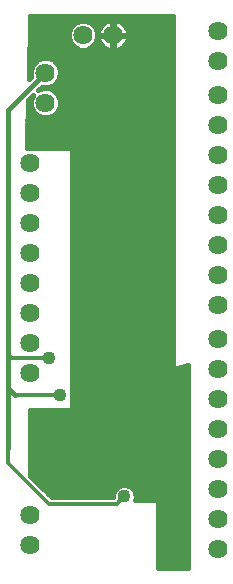
<source format=gbl>
G75*
%MOIN*%
%OFA0B0*%
%FSLAX25Y25*%
%IPPOS*%
%LPD*%
%AMOC8*
5,1,8,0,0,1.08239X$1,22.5*
%
%ADD10C,0.06400*%
%ADD11C,0.01600*%
%ADD12C,0.05543*%
%ADD13C,0.04362*%
%ADD14C,0.04165*%
%ADD15C,0.01200*%
D10*
X0011333Y0011000D03*
X0011333Y0021000D03*
X0011333Y0068500D03*
X0011333Y0078500D03*
X0011333Y0088500D03*
X0011333Y0098500D03*
X0011333Y0108500D03*
X0011333Y0118500D03*
X0011333Y0128500D03*
X0011333Y0138500D03*
X0016333Y0158500D03*
X0016333Y0168500D03*
X0028833Y0181000D03*
X0038833Y0181000D03*
X0073833Y0182250D03*
X0073833Y0172250D03*
X0073833Y0161000D03*
X0073833Y0151000D03*
X0073833Y0141000D03*
X0073833Y0131000D03*
X0073833Y0121000D03*
X0073833Y0111000D03*
X0073833Y0101000D03*
X0073833Y0091000D03*
X0073833Y0079750D03*
X0073833Y0069750D03*
X0073833Y0059750D03*
X0073833Y0049750D03*
X0073833Y0039750D03*
X0073833Y0029750D03*
X0073833Y0019750D03*
X0073833Y0009750D03*
D11*
X0063833Y0008993D02*
X0053833Y0008993D01*
X0053833Y0010591D02*
X0063833Y0010591D01*
X0063833Y0012190D02*
X0053833Y0012190D01*
X0053833Y0013788D02*
X0063833Y0013788D01*
X0063833Y0015387D02*
X0053833Y0015387D01*
X0053833Y0016985D02*
X0063833Y0016985D01*
X0063833Y0018584D02*
X0053833Y0018584D01*
X0053833Y0020182D02*
X0063833Y0020182D01*
X0063833Y0021781D02*
X0053833Y0021781D01*
X0053833Y0023379D02*
X0063833Y0023379D01*
X0063833Y0024978D02*
X0053833Y0024978D01*
X0053833Y0026000D02*
X0046158Y0026000D01*
X0046364Y0026498D01*
X0046364Y0028002D01*
X0045789Y0029392D01*
X0044725Y0030455D01*
X0043335Y0031031D01*
X0041831Y0031031D01*
X0040441Y0030455D01*
X0039378Y0029392D01*
X0038802Y0028002D01*
X0038802Y0026950D01*
X0018495Y0026950D01*
X0011333Y0034111D01*
X0011333Y0056000D01*
X0025083Y0056000D01*
X0025083Y0060173D01*
X0025114Y0060248D01*
X0025114Y0061752D01*
X0025083Y0061827D01*
X0025083Y0143500D01*
X0010083Y0143500D01*
X0010522Y0159295D01*
X0012135Y0160908D01*
X0011533Y0159455D01*
X0011533Y0157545D01*
X0012264Y0155781D01*
X0013614Y0154431D01*
X0015379Y0153700D01*
X0017288Y0153700D01*
X0019052Y0154431D01*
X0020403Y0155781D01*
X0021133Y0157545D01*
X0021133Y0159455D01*
X0020403Y0161219D01*
X0019052Y0162569D01*
X0017288Y0163300D01*
X0015379Y0163300D01*
X0013926Y0162698D01*
X0015060Y0163832D01*
X0015379Y0163700D01*
X0017288Y0163700D01*
X0019052Y0164431D01*
X0020403Y0165781D01*
X0021133Y0167545D01*
X0021133Y0169455D01*
X0020403Y0171219D01*
X0019052Y0172569D01*
X0017288Y0173300D01*
X0015379Y0173300D01*
X0013614Y0172569D01*
X0012264Y0171219D01*
X0011533Y0169455D01*
X0011533Y0167545D01*
X0011665Y0167226D01*
X0010716Y0166277D01*
X0011303Y0187401D01*
X0053103Y0187401D01*
X0058833Y0187250D01*
X0058833Y0069750D01*
X0063833Y0071000D01*
X0063833Y0003500D01*
X0053833Y0003500D01*
X0053833Y0026000D01*
X0046364Y0026576D02*
X0063833Y0026576D01*
X0063833Y0028175D02*
X0046293Y0028175D01*
X0045407Y0029773D02*
X0063833Y0029773D01*
X0063833Y0031372D02*
X0014073Y0031372D01*
X0012474Y0032970D02*
X0063833Y0032970D01*
X0063833Y0034569D02*
X0011333Y0034569D01*
X0011333Y0036167D02*
X0063833Y0036167D01*
X0063833Y0037766D02*
X0011333Y0037766D01*
X0011333Y0039364D02*
X0063833Y0039364D01*
X0063833Y0040963D02*
X0011333Y0040963D01*
X0011333Y0042561D02*
X0063833Y0042561D01*
X0063833Y0044160D02*
X0011333Y0044160D01*
X0011333Y0045758D02*
X0063833Y0045758D01*
X0063833Y0047357D02*
X0011333Y0047357D01*
X0011333Y0048955D02*
X0063833Y0048955D01*
X0063833Y0050554D02*
X0011333Y0050554D01*
X0011333Y0052152D02*
X0063833Y0052152D01*
X0063833Y0053751D02*
X0011333Y0053751D01*
X0011333Y0055349D02*
X0063833Y0055349D01*
X0063833Y0056948D02*
X0025083Y0056948D01*
X0025083Y0058546D02*
X0063833Y0058546D01*
X0063833Y0060145D02*
X0025083Y0060145D01*
X0025114Y0061743D02*
X0063833Y0061743D01*
X0063833Y0063342D02*
X0025083Y0063342D01*
X0025083Y0064940D02*
X0063833Y0064940D01*
X0063833Y0066539D02*
X0025083Y0066539D01*
X0025083Y0068137D02*
X0063833Y0068137D01*
X0063833Y0069736D02*
X0025083Y0069736D01*
X0025083Y0071334D02*
X0058833Y0071334D01*
X0058833Y0072933D02*
X0025083Y0072933D01*
X0025083Y0074532D02*
X0058833Y0074532D01*
X0058833Y0076130D02*
X0025083Y0076130D01*
X0025083Y0077729D02*
X0058833Y0077729D01*
X0058833Y0079327D02*
X0025083Y0079327D01*
X0025083Y0080926D02*
X0058833Y0080926D01*
X0058833Y0082524D02*
X0025083Y0082524D01*
X0025083Y0084123D02*
X0058833Y0084123D01*
X0058833Y0085721D02*
X0025083Y0085721D01*
X0025083Y0087320D02*
X0058833Y0087320D01*
X0058833Y0088918D02*
X0025083Y0088918D01*
X0025083Y0090517D02*
X0058833Y0090517D01*
X0058833Y0092115D02*
X0025083Y0092115D01*
X0025083Y0093714D02*
X0058833Y0093714D01*
X0058833Y0095312D02*
X0025083Y0095312D01*
X0025083Y0096911D02*
X0058833Y0096911D01*
X0058833Y0098509D02*
X0025083Y0098509D01*
X0025083Y0100108D02*
X0058833Y0100108D01*
X0058833Y0101706D02*
X0025083Y0101706D01*
X0025083Y0103305D02*
X0058833Y0103305D01*
X0058833Y0104903D02*
X0025083Y0104903D01*
X0025083Y0106502D02*
X0058833Y0106502D01*
X0058833Y0108100D02*
X0025083Y0108100D01*
X0025083Y0109699D02*
X0058833Y0109699D01*
X0058833Y0111297D02*
X0025083Y0111297D01*
X0025083Y0112896D02*
X0058833Y0112896D01*
X0058833Y0114494D02*
X0025083Y0114494D01*
X0025083Y0116093D02*
X0058833Y0116093D01*
X0058833Y0117691D02*
X0025083Y0117691D01*
X0025083Y0119290D02*
X0058833Y0119290D01*
X0058833Y0120888D02*
X0025083Y0120888D01*
X0025083Y0122487D02*
X0058833Y0122487D01*
X0058833Y0124085D02*
X0025083Y0124085D01*
X0025083Y0125684D02*
X0058833Y0125684D01*
X0058833Y0127282D02*
X0025083Y0127282D01*
X0025083Y0128881D02*
X0058833Y0128881D01*
X0058833Y0130479D02*
X0025083Y0130479D01*
X0025083Y0132078D02*
X0058833Y0132078D01*
X0058833Y0133676D02*
X0025083Y0133676D01*
X0025083Y0135275D02*
X0058833Y0135275D01*
X0058833Y0136873D02*
X0025083Y0136873D01*
X0025083Y0138472D02*
X0058833Y0138472D01*
X0058833Y0140070D02*
X0025083Y0140070D01*
X0025083Y0141669D02*
X0058833Y0141669D01*
X0058833Y0143268D02*
X0025083Y0143268D01*
X0020516Y0156056D02*
X0058833Y0156056D01*
X0058833Y0157654D02*
X0021133Y0157654D01*
X0021133Y0159253D02*
X0058833Y0159253D01*
X0058833Y0160851D02*
X0020555Y0160851D01*
X0019172Y0162450D02*
X0058833Y0162450D01*
X0058833Y0164048D02*
X0018129Y0164048D01*
X0016333Y0168500D02*
X0003833Y0156000D01*
X0003833Y0074750D01*
X0003833Y0063500D01*
X0006333Y0061000D01*
X0003833Y0063500D02*
X0003833Y0043500D01*
X0015671Y0029773D02*
X0039759Y0029773D01*
X0038874Y0028175D02*
X0017270Y0028175D01*
X0053833Y0007394D02*
X0063833Y0007394D01*
X0063833Y0005796D02*
X0053833Y0005796D01*
X0053833Y0004197D02*
X0063833Y0004197D01*
X0058833Y0144866D02*
X0010121Y0144866D01*
X0010166Y0146465D02*
X0058833Y0146465D01*
X0058833Y0148063D02*
X0010210Y0148063D01*
X0010254Y0149662D02*
X0058833Y0149662D01*
X0058833Y0151260D02*
X0010299Y0151260D01*
X0010343Y0152859D02*
X0058833Y0152859D01*
X0058833Y0154457D02*
X0019079Y0154457D01*
X0013588Y0154457D02*
X0010388Y0154457D01*
X0010432Y0156056D02*
X0012150Y0156056D01*
X0011533Y0157654D02*
X0010476Y0157654D01*
X0010521Y0159253D02*
X0011533Y0159253D01*
X0012079Y0160851D02*
X0012112Y0160851D01*
X0011658Y0167245D02*
X0010743Y0167245D01*
X0010787Y0168844D02*
X0011533Y0168844D01*
X0011942Y0170442D02*
X0010832Y0170442D01*
X0010876Y0172041D02*
X0013086Y0172041D01*
X0010921Y0173639D02*
X0058833Y0173639D01*
X0058833Y0172041D02*
X0019581Y0172041D01*
X0020724Y0170442D02*
X0058833Y0170442D01*
X0058833Y0168844D02*
X0021133Y0168844D01*
X0021009Y0167245D02*
X0058833Y0167245D01*
X0058833Y0165647D02*
X0020268Y0165647D01*
X0026114Y0176931D02*
X0024764Y0178281D01*
X0024033Y0180045D01*
X0024033Y0181955D01*
X0024764Y0183719D01*
X0026114Y0185069D01*
X0027879Y0185800D01*
X0029788Y0185800D01*
X0031552Y0185069D01*
X0032903Y0183719D01*
X0033633Y0181955D01*
X0033633Y0180045D01*
X0032903Y0178281D01*
X0031552Y0176931D01*
X0029788Y0176200D01*
X0027879Y0176200D01*
X0026114Y0176931D01*
X0026343Y0176836D02*
X0011009Y0176836D01*
X0010965Y0175238D02*
X0058833Y0175238D01*
X0058833Y0176836D02*
X0041609Y0176836D01*
X0041454Y0176724D02*
X0042091Y0177186D01*
X0042647Y0177743D01*
X0043110Y0178379D01*
X0043467Y0179081D01*
X0043710Y0179829D01*
X0043833Y0180606D01*
X0043833Y0180800D01*
X0039033Y0180800D01*
X0039033Y0176000D01*
X0039227Y0176000D01*
X0040004Y0176123D01*
X0040753Y0176366D01*
X0041454Y0176724D01*
X0043138Y0178435D02*
X0058833Y0178435D01*
X0058833Y0180033D02*
X0043743Y0180033D01*
X0043833Y0181200D02*
X0043833Y0181394D01*
X0043710Y0182171D01*
X0043467Y0182919D01*
X0043110Y0183621D01*
X0042647Y0184257D01*
X0042091Y0184814D01*
X0041454Y0185276D01*
X0040753Y0185634D01*
X0040004Y0185877D01*
X0039227Y0186000D01*
X0039033Y0186000D01*
X0039033Y0181200D01*
X0038633Y0181200D01*
X0038633Y0180800D01*
X0033833Y0180800D01*
X0033833Y0180606D01*
X0033956Y0179829D01*
X0034200Y0179081D01*
X0034557Y0178379D01*
X0035020Y0177743D01*
X0035576Y0177186D01*
X0036213Y0176724D01*
X0036914Y0176366D01*
X0037662Y0176123D01*
X0038440Y0176000D01*
X0038633Y0176000D01*
X0038633Y0180800D01*
X0039033Y0180800D01*
X0039033Y0181200D01*
X0043833Y0181200D01*
X0043796Y0181632D02*
X0058833Y0181632D01*
X0058833Y0183230D02*
X0043309Y0183230D01*
X0042070Y0184829D02*
X0058833Y0184829D01*
X0058833Y0186427D02*
X0011276Y0186427D01*
X0011231Y0184829D02*
X0025874Y0184829D01*
X0024562Y0183230D02*
X0011187Y0183230D01*
X0011143Y0181632D02*
X0024033Y0181632D01*
X0024038Y0180033D02*
X0011098Y0180033D01*
X0011054Y0178435D02*
X0024700Y0178435D01*
X0031324Y0176836D02*
X0036058Y0176836D01*
X0034529Y0178435D02*
X0032966Y0178435D01*
X0033628Y0180033D02*
X0033924Y0180033D01*
X0033833Y0181200D02*
X0038633Y0181200D01*
X0038633Y0186000D01*
X0038440Y0186000D01*
X0037662Y0185877D01*
X0036914Y0185634D01*
X0036213Y0185276D01*
X0035576Y0184814D01*
X0035020Y0184257D01*
X0034557Y0183621D01*
X0034200Y0182919D01*
X0033956Y0182171D01*
X0033833Y0181394D01*
X0033833Y0181200D01*
X0033871Y0181632D02*
X0033633Y0181632D01*
X0033105Y0183230D02*
X0034358Y0183230D01*
X0035597Y0184829D02*
X0031793Y0184829D01*
X0038633Y0184829D02*
X0039033Y0184829D01*
X0039033Y0183230D02*
X0038633Y0183230D01*
X0038633Y0181632D02*
X0039033Y0181632D01*
X0039033Y0180033D02*
X0038633Y0180033D01*
X0038633Y0178435D02*
X0039033Y0178435D01*
X0039033Y0176836D02*
X0038633Y0176836D01*
D12*
X0018833Y0031000D03*
D13*
X0013833Y0048500D03*
X0021333Y0061000D03*
X0017583Y0073500D03*
X0042583Y0027250D03*
X0043833Y0048500D03*
X0058833Y0007250D03*
X0053833Y0127250D03*
X0046333Y0161000D03*
X0048833Y0168500D03*
X0043833Y0171000D03*
X0027583Y0136000D03*
X0021333Y0148500D03*
D14*
X0026358Y0085734D03*
D15*
X0026333Y0088500D01*
X0017583Y0073500D02*
X0005083Y0073500D01*
X0003833Y0074750D01*
X0006333Y0061000D02*
X0021333Y0061000D01*
X0003833Y0038500D02*
X0017583Y0024750D01*
X0040083Y0024750D01*
X0042583Y0027250D01*
X0003833Y0038500D02*
X0003833Y0043500D01*
M02*

</source>
